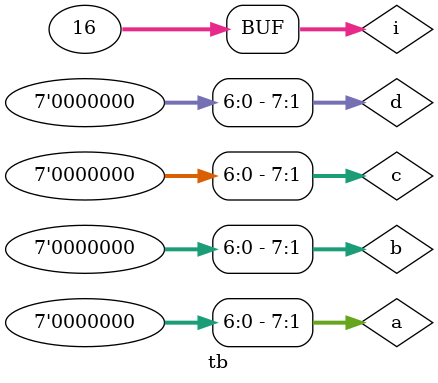
<source format=v>
module conditional(

    input [7:0] a, b, c, d,
    output [7:0] min

);

    wire [7:0] min1;
    wire [7:0] min2;


 // assign intermediate_result1 = compare? true: false;
    assign min1 = (a < b) ? a : b;
    assign min2 = (c < d) ? c : d;
    
    assign min = (min1 < min2) ? min1 : min2;





endmodule

module tb;

    reg [7:0] a, b, c, d;
    wire [7:0] min;

    integer i;


    conditional u0(.a(a), .b(b), .c(c), .d(d), .min(min));

    initial begin

        $display("a\tb\tc\td\tmin");
        $monitor("%d\t%d\t%d\t%d\t%d", a, b, c, d, min);
        
    end

    initial begin

        a = 0; b = 0; c = 0; d = 0; 

        for (i = 0; i<16; i = i+1) begin
            #10
            a = $random; b = $random;  c = $random;  d = $random; 

        end
    end

endmodule
</source>
